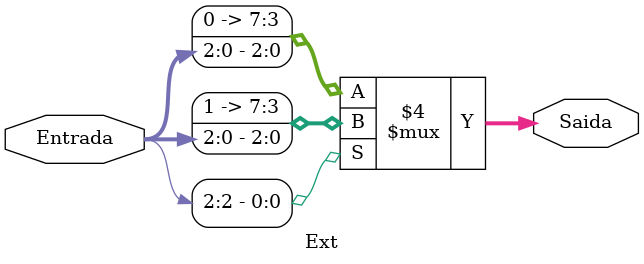
<source format=v>
module Ext(
   input signed [2:0] Entrada,
   output reg [7:0] Saida 
);

   always @(Entrada) begin
      if (Entrada[2] == 1) // Número negativo
         Saida = {5'b11111, Entrada};
      else // Número positivo
         Saida = {5'b00000, Entrada};
   end

//iverilog -o Ext.vvp Ext.v

endmodule
</source>
